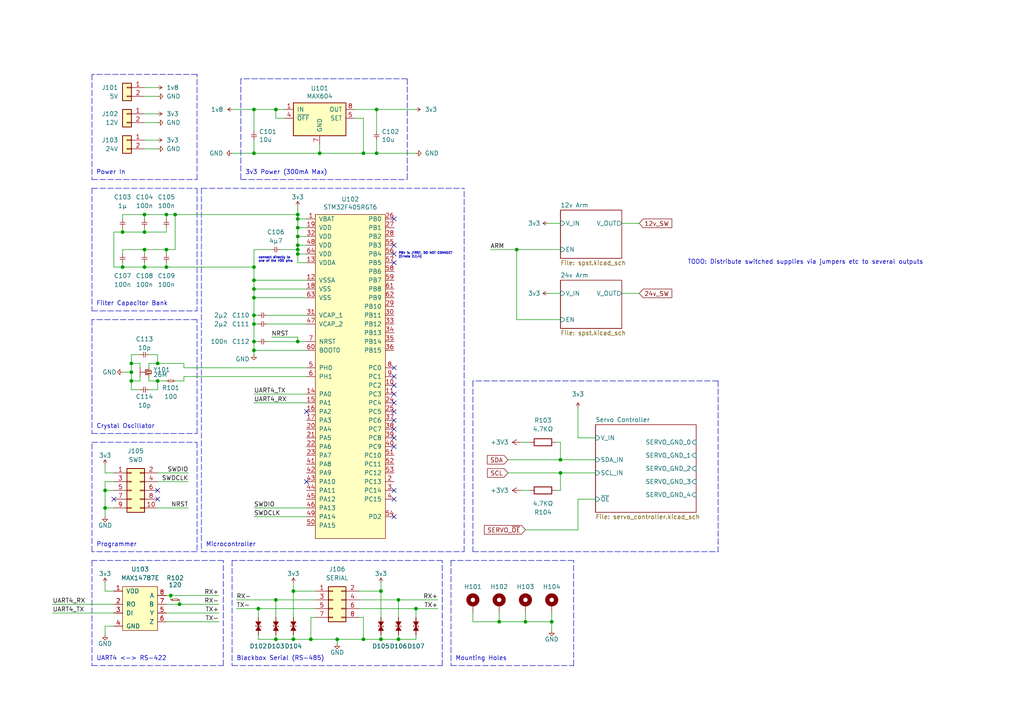
<source format=kicad_sch>
(kicad_sch (version 20211123) (generator eeschema)
  (paper "A4")
  (title_block (title "PROJECT ROYALE") (date "2021-10-23") (rev "1.0") (company "Cambridge University Spaceflight") (comment 1 "Drawn By Henry Franks"))
  (lib_symbols
    (symbol "12v_1" (power) (pin_numbers hide) (pin_names (offset 1.016) hide)
      (property "Value" "12v_1" (at 0 2.286 0))
      (symbol "12v_1_0_1"
        (polyline (pts (xy 0 1.27) (xy 0.508 0.508)))
        (polyline (pts (xy 0 0) (xy 0 1.27) (xy -0.508 0.508)))
      )
      (symbol "12v_1_1_1"
        (pin power_in line (at 0 0 180) (length 0) hide (name "3v3") (number "1"))
      )
    )
    (symbol "24v_1" (power) (pin_numbers hide) (pin_names (offset 1.016) hide)
      (property "Value" "24v_1" (at 0 2.286 0))
      (symbol "24v_1_0_1"
        (polyline (pts (xy 0 1.27) (xy 0.508 0.508)))
        (polyline (pts (xy 0 0) (xy 0 1.27) (xy -0.508 0.508)))
      )
      (symbol "24v_1_1_1"
        (pin power_in line (at 0 0 180) (length 0) hide (name "3v3") (number "1"))
      )
    )
    (symbol "Conn_01x02_1" (pin_names (offset 1.016) hide)
      (property "Reference" "J" (at 0 2.54 0))
      (property "Value" "Conn_01x02_1" (at 0 -5.08 0))
      (symbol "Conn_01x02_1_1_1"
        (rectangle (start -1.27 -2.413) (end 0 -2.667) (stroke (width 0.1524)))
        (rectangle (start -1.27 0.127) (end 0 -0.127) (stroke (width 0.1524)))
        (rectangle (start -1.27 1.27) (end 1.27 -3.81) (stroke (width 0.254)) (fill (type background)))
        (pin passive line (at -5.08 0 0) (length 3.81) (name "Pin_1") (number "1"))
        (pin passive line (at -5.08 -2.54 0) (length 3.81) (name "Pin_2") (number "2"))
      )
    )
    (symbol "Device:R" (pin_numbers hide) (pin_names (offset 0))
      (property "Reference" "R" (at 2.032 0 90))
      (property "Value" "R" (at 0 0 90))
      (symbol "R_0_1"
        (rectangle (start -1.016 -2.54) (end 1.016 2.54) (stroke (width 0.254)))
      )
      (symbol "R_1_1"
        (pin passive line (at 0 3.81 270) (length 1.27) (name "~") (number "1"))
        (pin passive line (at 0 -3.81 90) (length 1.27) (name "~") (number "2"))
      )
    )
    (symbol "GND_1" (power) (pin_numbers hide) (pin_names (offset 1.016) hide)
      (property "Value" "GND_1" (at 0 -2.54 0))
      (symbol "GND_1_0_1"
        (polyline (pts (xy 0 0) (xy 0 -0.762)))
        (polyline (pts (xy -0.762 -0.762) (xy 0.762 -0.762) (xy 0 -1.524) (xy -0.762 -0.762)) (fill (type background)))
      )
      (symbol "GND_1_1_1"
        (pin power_in line (at 0 0 180) (length 0) hide (name "GND") (number "1"))
      )
    )
    (symbol "GND_2" (power) (pin_numbers hide) (pin_names (offset 1.016) hide)
      (property "Value" "GND_2" (at 0 -2.54 0))
      (symbol "GND_2_0_1"
        (polyline (pts (xy 0 0) (xy 0 -0.762)))
        (polyline (pts (xy -0.762 -0.762) (xy 0.762 -0.762) (xy 0 -1.524) (xy -0.762 -0.762)) (fill (type background)))
      )
      (symbol "GND_2_1_1"
        (pin power_in line (at 0 0 180) (length 0) hide (name "GND") (number "1"))
      )
    )
    (symbol "GND_3" (power) (pin_numbers hide) (pin_names (offset 1.016) hide)
      (property "Value" "GND_3" (at 0 -2.54 0))
      (symbol "GND_3_0_1"
        (polyline (pts (xy 0 0) (xy 0 -0.762)))
        (polyline (pts (xy -0.762 -0.762) (xy 0.762 -0.762) (xy 0 -1.524) (xy -0.762 -0.762)) (fill (type background)))
      )
      (symbol "GND_3_1_1"
        (pin power_in line (at 0 0 180) (length 0) hide (name "GND") (number "1"))
      )
    )
    (symbol "GND_4" (power) (pin_numbers hide) (pin_names (offset 1.016) hide)
      (property "Value" "GND_4" (at 0 -2.54 0))
      (symbol "GND_4_0_1"
        (polyline (pts (xy 0 0) (xy 0 -0.762)))
        (polyline (pts (xy -0.762 -0.762) (xy 0.762 -0.762) (xy 0 -1.524) (xy -0.762 -0.762)) (fill (type background)))
      )
      (symbol "GND_4_1_1"
        (pin power_in line (at 0 0 180) (length 0) hide (name "GND") (number "1"))
      )
    )
    (symbol "GND_5" (power) (pin_numbers hide) (pin_names (offset 1.016) hide)
      (property "Value" "GND_5" (at 0 -2.54 0))
      (symbol "GND_5_0_1"
        (polyline (pts (xy 0 0) (xy 0 -0.762)))
        (polyline (pts (xy -0.762 -0.762) (xy 0.762 -0.762) (xy 0 -1.524) (xy -0.762 -0.762)) (fill (type background)))
      )
      (symbol "GND_5_1_1"
        (pin power_in line (at 0 0 180) (length 0) hide (name "GND") (number "1"))
      )
    )
    (symbol "GND_6" (power) (pin_numbers hide) (pin_names (offset 1.016) hide)
      (property "Value" "GND_6" (at 0 -2.54 0))
      (symbol "GND_6_0_1"
        (polyline (pts (xy 0 0) (xy 0 -0.762)))
        (polyline (pts (xy -0.762 -0.762) (xy 0.762 -0.762) (xy 0 -1.524) (xy -0.762 -0.762)) (fill (type background)))
      )
      (symbol "GND_6_1_1"
        (pin power_in line (at 0 0 180) (length 0) hide (name "GND") (number "1"))
      )
    )
    (symbol "GND_7" (power) (pin_numbers hide) (pin_names (offset 1.016) hide)
      (property "Value" "GND_7" (at 0 -2.54 0))
      (symbol "GND_7_0_1"
        (polyline (pts (xy 0 0) (xy 0 -0.762)))
        (polyline (pts (xy -0.762 -0.762) (xy 0.762 -0.762) (xy 0 -1.524) (xy -0.762 -0.762)) (fill (type background)))
      )
      (symbol "GND_7_1_1"
        (pin power_in line (at 0 0 180) (length 0) hide (name "GND") (number "1"))
      )
    )
    (symbol "GND_8" (power) (pin_numbers hide) (pin_names (offset 1.016) hide)
      (property "Value" "GND_8" (at 0 -2.54 0))
      (symbol "GND_8_0_1"
        (polyline (pts (xy 0 0) (xy 0 -0.762)))
        (polyline (pts (xy -0.762 -0.762) (xy 0.762 -0.762) (xy 0 -1.524) (xy -0.762 -0.762)) (fill (type background)))
      )
      (symbol "GND_8_1_1"
        (pin power_in line (at 0 0 180) (length 0) hide (name "GND") (number "1"))
      )
    )
    (symbol "GND_9" (power) (pin_numbers hide) (pin_names (offset 1.016) hide)
      (property "Value" "GND_9" (at 0 -2.54 0))
      (symbol "GND_9_0_1"
        (polyline (pts (xy 0 0) (xy 0 -0.762)))
        (polyline (pts (xy -0.762 -0.762) (xy 0.762 -0.762) (xy 0 -1.524) (xy -0.762 -0.762)) (fill (type background)))
      )
      (symbol "GND_9_1_1"
        (pin power_in line (at 0 0 180) (length 0) hide (name "GND") (number "1"))
      )
    )
    (symbol "power:+3V3" (power) (pin_names (offset 0))
      (property "Value" "+3V3" (at 0 3.556 0))
      (symbol "+3V3_0_1"
        (polyline (pts (xy -0.762 1.27) (xy 0 2.54)))
        (polyline (pts (xy 0 0) (xy 0 2.54)))
        (polyline (pts (xy 0 2.54) (xy 0.762 1.27)))
      )
      (symbol "+3V3_1_1"
        (pin power_in line (at 0 0 90) (length 0) hide (name "+3V3") (number "1"))
      )
    )
    (symbol "royale:12v" (power) (pin_numbers hide) (pin_names (offset 1.016) hide)
      (property "Value" "royale_12v" (at 0 2.286 0))
      (symbol "12v_0_1"
        (polyline (pts (xy 0 1.27) (xy 0.508 0.508)))
        (polyline (pts (xy 0 0) (xy 0 1.27) (xy -0.508 0.508)))
      )
      (symbol "12v_1_1"
        (pin power_in line (at 0 0 180) (length 0) hide (name "3v3") (number "1"))
      )
    )
    (symbol "royale:24v" (power) (pin_numbers hide) (pin_names (offset 1.016) hide)
      (property "Value" "royale_24v" (at 0 2.286 0))
      (symbol "24v_0_1"
        (polyline (pts (xy 0 1.27) (xy 0.508 0.508)))
        (polyline (pts (xy 0 0) (xy 0 1.27) (xy -0.508 0.508)))
      )
      (symbol "24v_1_1"
        (pin power_in line (at 0 0 180) (length 0) hide (name "3v3") (number "1"))
      )
    )
    (symbol "royale:3v3" (power) (pin_numbers hide) (pin_names (offset 1.016) hide)
      (property "Value" "3v3" (at 0 2.286 0))
      (symbol "3v3_0_1"
        (polyline (pts (xy 0 1.27) (xy 0.508 0.508)))
        (polyline (pts (xy 0 0) (xy 0 1.27) (xy -0.508 0.508)))
      )
      (symbol "3v3_1_1"
        (pin power_in line (at 0 0 180) (length 0) hide (name "3v3") (number "1"))
      )
    )
    (symbol "royale:5v" (power) (pin_numbers hide) (pin_names (offset 1.016) hide)
      (property "Value" "5v" (at 0 2.286 0))
      (symbol "5v_0_1"
        (polyline (pts (xy 0 1.27) (xy 0.508 0.508)))
        (polyline (pts (xy 0 0) (xy 0 1.27) (xy -0.508 0.508)))
      )
      (symbol "5v_1_1"
        (pin power_in line (at 0 0 180) (length 0) hide (name "1v8") (number "1"))
      )
    )
    (symbol "royale:C" (pin_numbers hide) (pin_names (offset 1.016) hide)
      (property "Reference" "C" (at 1.27 1.778 0))
      (property "Value" "C" (at 1.27 -1.778 0))
      (symbol "C_0_1"
        (polyline (pts (xy 1.016 0.762) (xy 1.016 -0.762)))
        (polyline (pts (xy 1.524 0.762) (xy 1.524 -0.762)))
      )
      (symbol "C_1_1"
        (pin passive line (at 0 0 0) (length 1.016) (name "~") (number "1"))
        (pin passive line (at 2.54 0 180) (length 1.016) (name "~") (number "2"))
      )
    )
    (symbol "royale:Conn_02x04" (pin_names (offset 1.016) hide)
      (property "Reference" "J" (at 1.27 5.08 0))
      (property "Value" "Conn_02x04" (at 1.27 -7.62 0))
      (symbol "Conn_02x04_1_1"
        (rectangle (start -1.27 -4.953) (end 0 -5.207) (stroke (width 0.1524)))
        (rectangle (start -1.27 -2.413) (end 0 -2.667) (stroke (width 0.1524)))
        (rectangle (start -1.27 0.127) (end 0 -0.127) (stroke (width 0.1524)))
        (rectangle (start -1.27 2.667) (end 0 2.413) (stroke (width 0.1524)))
        (rectangle (start -1.27 3.81) (end 3.81 -6.35) (stroke (width 0.254)) (fill (type background)))
        (rectangle (start 3.81 -4.953) (end 2.54 -5.207) (stroke (width 0.1524)))
        (rectangle (start 3.81 -2.413) (end 2.54 -2.667) (stroke (width 0.1524)))
        (rectangle (start 3.81 0.127) (end 2.54 -0.127) (stroke (width 0.1524)))
        (rectangle (start 3.81 2.667) (end 2.54 2.413) (stroke (width 0.1524)))
        (pin passive line (at -5.08 2.54 0) (length 3.81) (name "Pin_1") (number "1"))
        (pin passive line (at 7.62 2.54 180) (length 3.81) (name "Pin_2") (number "2"))
        (pin passive line (at -5.08 0 0) (length 3.81) (name "Pin_3") (number "3"))
        (pin passive line (at 7.62 0 180) (length 3.81) (name "Pin_4") (number "4"))
        (pin passive line (at -5.08 -2.54 0) (length 3.81) (name "Pin_5") (number "5"))
        (pin passive line (at 7.62 -2.54 180) (length 3.81) (name "Pin_6") (number "6"))
        (pin passive line (at -5.08 -5.08 0) (length 3.81) (name "Pin_7") (number "7"))
        (pin passive line (at 7.62 -5.08 180) (length 3.81) (name "Pin_8") (number "8"))
      )
    )
    (symbol "royale:Conn_02x05" (pin_names (offset 1.016) hide)
      (property "Reference" "J" (at 1.27 7.62 0))
      (property "Value" "Conn_02x05" (at 1.27 -7.62 0))
      (symbol "Conn_02x05_1_1"
        (rectangle (start -1.27 -4.953) (end 0 -5.207) (stroke (width 0.1524)))
        (rectangle (start -1.27 -2.413) (end 0 -2.667) (stroke (width 0.1524)))
        (rectangle (start -1.27 0.127) (end 0 -0.127) (stroke (width 0.1524)))
        (rectangle (start -1.27 2.667) (end 0 2.413) (stroke (width 0.1524)))
        (rectangle (start -1.27 5.207) (end 0 4.953) (stroke (width 0.1524)))
        (rectangle (start -1.27 6.35) (end 3.81 -6.35) (stroke (width 0.254)) (fill (type background)))
        (rectangle (start 3.81 -4.953) (end 2.54 -5.207) (stroke (width 0.1524)))
        (rectangle (start 3.81 -2.413) (end 2.54 -2.667) (stroke (width 0.1524)))
        (rectangle (start 3.81 0.127) (end 2.54 -0.127) (stroke (width 0.1524)))
        (rectangle (start 3.81 2.667) (end 2.54 2.413) (stroke (width 0.1524)))
        (rectangle (start 3.81 5.207) (end 2.54 4.953) (stroke (width 0.1524)))
        (pin passive line (at -5.08 5.08 0) (length 3.81) (name "Pin_1") (number "1"))
        (pin passive line (at 7.62 -5.08 180) (length 3.81) (name "Pin_10") (number "10"))
        (pin passive line (at 7.62 5.08 180) (length 3.81) (name "Pin_2") (number "2"))
        (pin passive line (at -5.08 2.54 0) (length 3.81) (name "Pin_3") (number "3"))
        (pin passive line (at 7.62 2.54 180) (length 3.81) (name "Pin_4") (number "4"))
        (pin passive line (at -5.08 0 0) (length 3.81) (name "Pin_5") (number "5"))
        (pin passive line (at 7.62 0 180) (length 3.81) (name "Pin_6") (number "6"))
        (pin passive line (at -5.08 -2.54 0) (length 3.81) (name "Pin_7") (number "7"))
        (pin passive line (at 7.62 -2.54 180) (length 3.81) (name "Pin_8") (number "8"))
        (pin passive line (at -5.08 -5.08 0) (length 3.81) (name "Pin_9") (number "9"))
      )
    )
    (symbol "royale:Diode_ESD" (pin_numbers hide) (pin_names (offset 0) hide)
      (property "Reference" "D" (at -1.27 2.54 0))
      (symbol "Diode_ESD_0_1"
        (polyline (pts (xy 0 -0.762) (xy 0.254 -0.762)))
        (polyline (pts (xy 0 0.762) (xy -0.254 0.762)))
        (polyline (pts (xy 0 0.762) (xy 0 -0.762)))
        (polyline (pts (xy 0 0) (xy -1.27 0.762) (xy -1.27 -0.762) (xy 0 0)) (fill (type outline)))
        (polyline (pts (xy 0 0) (xy 1.27 0.762) (xy 1.27 -0.762) (xy 0 0)) (fill (type outline)))
      )
      (symbol "Diode_ESD_1_1"
        (pin passive line (at -2.54 0 0) (length 1.27) (name "1") (number "1"))
        (pin passive line (at 2.54 0 180) (length 1.27) (name "2") (number "2"))
      )
    )
    (symbol "royale:MAX14787E" (pin_names (offset 1.016))
      (property "Reference" "U" (at -5.08 7.62 0))
      (property "Value" "MAX14787E" (at -5.08 -7.62 0))
      (symbol "MAX14787E_0_0"
        (pin power_in line (at -7.62 5.08 0) (length 2.54) (name "VDD") (number "1"))
        (pin output line (at -7.62 1.27 0) (length 2.54) (name "RO") (number "2"))
        (pin input line (at -7.62 -1.27 0) (length 2.54) (name "DI") (number "3"))
        (pin power_in line (at -7.62 -5.08 0) (length 2.54) (name "GND") (number "4"))
        (pin output line (at 7.62 -1.27 180) (length 2.54) (name "Y") (number "5"))
        (pin output line (at 7.62 -3.81 180) (length 2.54) (name "Z") (number "6"))
        (pin input line (at 7.62 1.27 180) (length 2.54) (name "B") (number "7"))
        (pin input line (at 7.62 3.81 180) (length 2.54) (name "A") (number "8"))
      )
      (symbol "MAX14787E_0_1"
        (rectangle (start -5.08 6.35) (end 5.08 -6.35) (fill (type background)))
      )
    )
    (symbol "royale:MAX604" (pin_names (offset 1.016))
      (property "Reference" "U" (at -6.35 5.715 0))
      (property "Value" "MAX604" (at 0 5.715 0))
      (symbol "MAX604_0_1"
        (rectangle (start -7.62 4.445) (end 7.62 -5.08) (stroke (width 0.254)) (fill (type background)))
      )
      (symbol "MAX604_1_1"
        (pin power_in line (at -10.16 2.54 0) (length 2.54) (name "IN") (number "1"))
        (pin passive line (at 0 -7.62 90) (length 2.54) hide (name "GND") (number "2"))
        (pin passive line (at 0 -7.62 90) (length 2.54) hide (name "GND") (number "3"))
        (pin input line (at -10.16 0 0) (length 2.54) (name "~{OFF}") (number "4"))
        (pin passive line (at 10.16 0 180) (length 2.54) (name "SET") (number "5"))
        (pin passive line (at 0 -7.62 90) (length 2.54) hide (name "GND") (number "6"))
        (pin power_in line (at 0 -7.62 90) (length 2.54) (name "GND") (number "7"))
        (pin power_out line (at 10.16 2.54 180) (length 2.54) (name "OUT") (number "8"))
      )
    )
    (symbol "royale:MountingHole_Pad" (pin_numbers hide) (pin_names (offset 1.016) hide)
      (property "Reference" "H" (at 0 6.35 0))
      (property "Value" "MountingHole_Pad" (at 0 4.445 0))
      (symbol "MountingHole_Pad_0_1"
        (circle (center 0 1.27) (radius 1.27) (stroke (width 1.27)))
      )
      (symbol "MountingHole_Pad_1_1"
        (pin input line (at 0 -2.54 90) (length 2.54) (name "1") (number "1"))
      )
    )
    (symbol "royale:R" (pin_numbers hide) (pin_names (offset 1.016) hide)
      (property "Reference" "R" (at 1.27 1.27 0))
      (property "Value" "R" (at 1.27 -1.27 0))
      (symbol "R_0_1"
        (rectangle (start 0.508 0.254) (end 2.032 -0.254) (fill (type background)))
      )
      (symbol "R_1_1"
        (pin passive line (at 0 0 0) (length 0.508) (name "~") (number "1"))
        (pin passive line (at 2.54 0 180) (length 0.508) (name "~") (number "2"))
      )
    )
    (symbol "royale:SMD_XTAL" (pin_numbers hide) (pin_names (offset 1.016) hide)
      (property "Reference" "Y" (at 1.27 1.778 0))
      (property "Value" "SMD_XTAL" (at 1.27 -3.81 0))
      (symbol "SMD_XTAL_0_1"
        (polyline (pts (xy 0.762 0.762) (xy 0.762 -0.762)))
        (polyline (pts (xy 1.27 -1.016) (xy 1.27 -2.54)))
        (polyline (pts (xy 1.778 -0.762) (xy 1.778 0.762)))
        (polyline (pts (xy 0.508 -0.254) (xy 0.508 -1.016) (xy 2.032 -1.016) (xy 2.032 -0.254)))
        (rectangle (start 1.016 0.762) (end 1.524 -0.762) (fill (type background)))
      )
      (symbol "SMD_XTAL_1_1"
        (pin passive line (at 0 0 0) (length 0.762) (name "1") (number "1"))
        (pin passive line (at 0 -2.54 0) (length 1.27) (name "2") (number "2"))
        (pin passive line (at 2.54 0 180) (length 0.762) (name "3") (number "3"))
        (pin passive line (at 2.54 -2.54 180) (length 1.27) (name "4") (number "4"))
      )
    )
    (symbol "royale:STM32F405RGT6" (pin_names (offset 1.016))
      (property "Reference" "U" (at -10.16 48.26 0))
      (property "Value" "STM32F405RGT6" (at -10.16 -48.26 0))
      (symbol "STM32F405RGT6_0_0"
        (pin power_in line (at -12.7 45.72 0) (length 2.54) (name "VBAT") (number "1"))
        (pin bidirectional line (at 12.7 -2.54 180) (length 2.54) (name "PC2") (number "10"))
        (pin bidirectional line (at 12.7 -5.08 180) (length 2.54) (name "PC3") (number "11"))
        (pin power_in line (at -12.7 27.94 0) (length 2.54) (name "VSSA") (number "12"))
        (pin power_in line (at -12.7 33.02 0) (length 2.54) (name "VDDA") (number "13"))
        (pin bidirectional line (at -12.7 -5.08 0) (length 2.54) (name "PA0") (number "14"))
        (pin bidirectional line (at -12.7 -7.62 0) (length 2.54) (name "PA1") (number "15"))
        (pin bidirectional line (at -12.7 -10.16 0) (length 2.54) (name "PA2") (number "16"))
        (pin bidirectional line (at -12.7 -12.7 0) (length 2.54) (name "PA3") (number "17"))
        (pin power_in line (at -12.7 25.4 0) (length 2.54) (name "VSS") (number "18"))
        (pin power_in line (at -12.7 43.18 0) (length 2.54) (name "VDD") (number "19"))
        (pin bidirectional line (at 12.7 -30.48 180) (length 2.54) (name "PC13") (number "2"))
        (pin bidirectional line (at -12.7 -15.24 0) (length 2.54) (name "PA4") (number "20"))
        (pin bidirectional line (at -12.7 -17.78 0) (length 2.54) (name "PA5") (number "21"))
        (pin bidirectional line (at -12.7 -20.32 0) (length 2.54) (name "PA6") (number "22"))
        (pin bidirectional line (at -12.7 -22.86 0) (length 2.54) (name "PA7") (number "23"))
        (pin bidirectional line (at 12.7 -7.62 180) (length 2.54) (name "PC4") (number "24"))
        (pin bidirectional line (at 12.7 -10.16 180) (length 2.54) (name "PC5") (number "25"))
        (pin bidirectional line (at 12.7 45.72 180) (length 2.54) (name "PB0") (number "26"))
        (pin bidirectional line (at 12.7 43.18 180) (length 2.54) (name "PB1") (number "27"))
        (pin bidirectional line (at 12.7 40.64 180) (length 2.54) (name "PB2") (number "28"))
        (pin bidirectional line (at 12.7 20.32 180) (length 2.54) (name "PB10") (number "29"))
        (pin bidirectional line (at 12.7 -33.02 180) (length 2.54) (name "PC14") (number "3"))
        (pin bidirectional line (at 12.7 17.78 180) (length 2.54) (name "PB11") (number "30"))
        (pin passive line (at -12.7 17.78 0) (length 2.54) (name "VCAP_1") (number "31"))
        (pin power_in line (at -12.7 40.64 0) (length 2.54) (name "VDD") (number "32"))
        (pin bidirectional line (at 12.7 15.24 180) (length 2.54) (name "PB12") (number "33"))
        (pin bidirectional line (at 12.7 12.7 180) (length 2.54) (name "PB13") (number "34"))
        (pin bidirectional line (at 12.7 10.16 180) (length 2.54) (name "PB14") (number "35"))
        (pin bidirectional line (at 12.7 7.62 180) (length 2.54) (name "PB15") (number "36"))
        (pin bidirectional line (at 12.7 -12.7 180) (length 2.54) (name "PC6") (number "37"))
        (pin bidirectional line (at 12.7 -15.24 180) (length 2.54) (name "PC7") (number "38"))
        (pin bidirectional line (at 12.7 -17.78 180) (length 2.54) (name "PC8") (number "39"))
        (pin bidirectional line (at 12.7 -35.56 180) (length 2.54) (name "PC15") (number "4"))
        (pin bidirectional line (at 12.7 -20.32 180) (length 2.54) (name "PC9") (number "40"))
        (pin bidirectional line (at -12.7 -25.4 0) (length 2.54) (name "PA8") (number "41"))
        (pin bidirectional line (at -12.7 -27.94 0) (length 2.54) (name "PA9") (number "42"))
        (pin bidirectional line (at -12.7 -30.48 0) (length 2.54) (name "PA10") (number "43"))
        (pin bidirectional line (at -12.7 -33.02 0) (length 2.54) (name "PA11") (number "44"))
        (pin bidirectional line (at -12.7 -35.56 0) (length 2.54) (name "PA12") (number "45"))
        (pin bidirectional line (at -12.7 -38.1 0) (length 2.54) (name "PA13") (number "46"))
        (pin passive line (at -12.7 15.24 0) (length 2.54) (name "VCAP_2") (number "47"))
        (pin power_in line (at -12.7 38.1 0) (length 2.54) (name "VDD") (number "48"))
        (pin bidirectional line (at -12.7 -40.64 0) (length 2.54) (name "PA14") (number "49"))
        (pin bidirectional line (at -12.7 2.54 0) (length 2.54) (name "PH0") (number "5"))
        (pin bidirectional line (at -12.7 -43.18 0) (length 2.54) (name "PA15") (number "50"))
        (pin bidirectional line (at 12.7 -22.86 180) (length 2.54) (name "PC10") (number "51"))
        (pin bidirectional line (at 12.7 -25.4 180) (length 2.54) (name "PC11") (number "52"))
        (pin bidirectional line (at 12.7 -27.94 180) (length 2.54) (name "PC12") (number "53"))
        (pin bidirectional line (at 12.7 -40.64 180) (length 2.54) (name "PD2") (number "54"))
        (pin bidirectional line (at 12.7 38.1 180) (length 2.54) (name "PB3") (number "55"))
        (pin bidirectional line (at 12.7 35.56 180) (length 2.54) (name "PB4") (number "56"))
        (pin bidirectional line (at 12.7 33.02 180) (length 2.54) (name "PB5") (number "57"))
        (pin bidirectional line (at 12.7 30.48 180) (length 2.54) (name "PB6") (number "58"))
        (pin bidirectional line (at 12.7 27.94 180) (length 2.54) (name "PB7") (number "59"))
        (pin bidirectional line (at -12.7 0 0) (length 2.54) (name "PH1") (number "6"))
        (pin input line (at -12.7 7.62 0) (length 2.54) (name "BOOT0") (number "60"))
        (pin bidirectional line (at 12.7 25.4 180) (length 2.54) (name "PB8") (number "61"))
        (pin bidirectional line (at 12.7 22.86 180) (length 2.54) (name "PB9") (number "62"))
        (pin power_in line (at -12.7 22.86 0) (length 2.54) (name "VSS") (number "63"))
        (pin power_in line (at -12.7 35.56 0) (length 2.54) (name "VDD") (number "64"))
        (pin input line (at -12.7 10.16 0) (length 2.54) (name "NRST") (number "7"))
        (pin bidirectional line (at 12.7 2.54 180) (length 2.54) (name "PC0") (number "8"))
        (pin bidirectional line (at 12.7 0 180) (length 2.54) (name "PC1") (number "9"))
      )
      (symbol "STM32F405RGT6_0_1"
        (rectangle (start -10.16 46.99) (end 10.16 -46.99) (fill (type background)))
      )
    )
  )
  (junction (at 48.26 72.39))
  (junction (at 41.91 72.39))
  (junction (at 86.36 72.39))
  (junction (at 73.66 93.98))
  (junction (at 109.22 31.75))
  (junction (at 35.56 77.47))
  (junction (at 80.01 185.42))
  (junction (at 109.22 44.45))
  (junction (at 50.8 62.23))
  (junction (at 48.26 77.47))
  (junction (at 105.41 44.45))
  (junction (at 41.91 77.47))
  (junction (at 48.26 62.23))
  (junction (at 74.93 176.53))
  (junction (at 73.66 99.06))
  (junction (at 152.4 180.34))
  (junction (at 86.36 63.5))
  (junction (at 105.41 185.42))
  (junction (at 97.79 185.42))
  (junction (at 85.09 171.45))
  (junction (at 41.91 67.31))
  (junction (at 35.56 67.31))
  (junction (at 38.1 107.95))
  (junction (at 115.57 173.99))
  (junction (at 38.1 105.41))
  (junction (at 85.09 185.42))
  (junction (at 49.53 172.72))
  (junction (at 45.72 110.49))
  (junction (at 80.01 173.99))
  (junction (at 52.07 175.26))
  (junction (at 73.66 83.82))
  (junction (at 73.66 44.45))
  (junction (at 86.36 68.58))
  (junction (at 115.57 185.42))
  (junction (at 120.65 176.53))
  (junction (at 149.86 72.39))
  (junction (at 110.49 171.45))
  (junction (at 73.66 31.75))
  (junction (at 110.49 185.42))
  (junction (at 144.78 180.34))
  (junction (at 73.66 77.47))
  (junction (at 41.91 62.23))
  (junction (at 86.36 62.23))
  (junction (at 86.36 99.06))
  (junction (at 86.36 66.04))
  (junction (at 162.56 133.35))
  (junction (at 86.36 73.66))
  (junction (at 45.72 105.41))
  (junction (at 86.36 71.12))
  (junction (at 90.17 185.42))
  (junction (at 73.66 86.36))
  (junction (at 80.01 31.75))
  (junction (at 30.48 147.32))
  (junction (at 73.66 101.6))
  (junction (at 38.1 110.49))
  (junction (at 162.56 137.16))
  (junction (at 160.02 180.34))
  (junction (at 73.66 81.28))
  (junction (at 30.48 142.24))
  (junction (at 73.66 91.44))
  (junction (at 92.71 44.45))
  (no_connect (at 88.9 119.38))
  (no_connect (at 114.3 119.38))
  (no_connect (at 114.3 116.84))
  (no_connect (at 114.3 121.92))
  (no_connect (at 114.3 149.86))
  (no_connect (at 114.3 109.22))
  (no_connect (at 114.3 71.12))
  (no_connect (at 114.3 63.5))
  (no_connect (at 114.3 129.54))
  (no_connect (at 114.3 142.24))
  (no_connect (at 114.3 144.78))
  (no_connect (at 114.3 124.46))
  (no_connect (at 114.3 111.76))
  (no_connect (at 114.3 127))
  (no_connect (at 114.3 76.2))
  (no_connect (at 114.3 73.66))
  (no_connect (at 114.3 114.3))
  (no_connect (at 33.02 144.78))
  (no_connect (at 88.9 139.7))
  (no_connect (at 45.72 144.78))
  (no_connect (at 45.72 142.24))
  (no_connect (at 114.3 106.68))
  (wire (pts (xy 74.93 185.42) (xy 80.01 185.42)))
  (wire (pts (xy 30.48 139.7) (xy 30.48 142.24)))
  (polyline (pts (xy 69.85 52.07) (xy 118.11 52.07)))
  (polyline (pts (xy 26.67 54.61) (xy 57.15 54.61)))
  (wire (pts (xy 41.91 67.31) (xy 35.56 67.31)))
  (wire (pts (xy 30.48 147.32) (xy 30.48 149.86)))
  (wire (pts (xy 105.41 44.45) (xy 105.41 34.29)))
  (wire (pts (xy 41.91 27.94) (xy 45.72 27.94)))
  (wire (pts (xy 73.66 147.32) (xy 88.9 147.32)))
  (wire (pts (xy 38.1 102.87) (xy 40.64 102.87)))
  (polyline (pts (xy 69.85 22.86) (xy 69.85 52.07)))
  (polyline (pts (xy 58.42 54.61) (xy 134.62 54.61)))
  (polyline (pts (xy 137.16 110.49) (xy 137.16 160.02)))
  (wire (pts (xy 41.91 77.47) (xy 48.26 77.47)))
  (wire (pts (xy 97.79 185.42) (xy 105.41 185.42)))
  (wire (pts (xy 48.26 72.39) (xy 48.26 73.66)))
  (wire (pts (xy 162.56 85.09) (xy 158.75 85.09)))
  (wire (pts (xy 41.91 35.56) (xy 45.72 35.56)))
  (wire (pts (xy 41.91 73.66) (xy 41.91 72.39)))
  (wire (pts (xy 77.47 99.06) (xy 86.36 99.06)))
  (wire (pts (xy 86.36 71.12) (xy 86.36 72.39)))
  (wire (pts (xy 115.57 184.15) (xy 115.57 185.42)))
  (wire (pts (xy 162.56 137.16) (xy 162.56 142.24)))
  (wire (pts (xy 68.58 173.99) (xy 80.01 173.99)))
  (wire (pts (xy 88.9 83.82) (xy 73.66 83.82)))
  (wire (pts (xy 30.48 142.24) (xy 33.02 142.24)))
  (wire (pts (xy 43.18 105.41) (xy 43.18 106.68)))
  (wire (pts (xy 185.42 64.77) (xy 180.34 64.77)))
  (polyline (pts (xy 57.15 54.61) (xy 57.15 90.17)))
  (wire (pts (xy 88.9 81.28) (xy 73.66 81.28)))
  (wire (pts (xy 33.02 177.8) (xy 15.24 177.8)))
  (wire (pts (xy 35.56 72.39) (xy 41.91 72.39)))
  (wire (pts (xy 35.56 77.47) (xy 33.02 77.47)))
  (wire (pts (xy 33.02 147.32) (xy 30.48 147.32)))
  (wire (pts (xy 41.91 40.64) (xy 45.72 40.64)))
  (wire (pts (xy 73.66 91.44) (xy 73.66 86.36)))
  (wire (pts (xy 167.64 127) (xy 172.72 127)))
  (wire (pts (xy 105.41 185.42) (xy 110.49 185.42)))
  (wire (pts (xy 73.66 91.44) (xy 74.93 91.44)))
  (polyline (pts (xy 26.67 193.04) (xy 64.77 193.04)))
  (wire (pts (xy 162.56 128.27) (xy 162.56 133.35)))
  (wire (pts (xy 35.56 67.31) (xy 35.56 66.04)))
  (wire (pts (xy 91.44 179.07) (xy 90.17 179.07)))
  (wire (pts (xy 151.13 128.27) (xy 153.67 128.27)))
  (wire (pts (xy 48.26 72.39) (xy 50.8 72.39)))
  (wire (pts (xy 80.01 173.99) (xy 80.01 179.07)))
  (wire (pts (xy 73.66 83.82) (xy 73.66 86.36)))
  (wire (pts (xy 35.56 62.23) (xy 41.91 62.23)))
  (polyline (pts (xy 166.37 162.56) (xy 130.81 162.56)))
  (wire (pts (xy 110.49 185.42) (xy 115.57 185.42)))
  (wire (pts (xy 43.18 102.87) (xy 45.72 102.87)))
  (wire (pts (xy 49.53 172.72) (xy 63.5 172.72)))
  (wire (pts (xy 40.64 105.41) (xy 38.1 105.41)))
  (wire (pts (xy 104.14 171.45) (xy 110.49 171.45)))
  (polyline (pts (xy 166.37 193.04) (xy 166.37 162.56)))
  (wire (pts (xy 40.64 110.49) (xy 40.64 109.22)))
  (wire (pts (xy 80.01 31.75) (xy 82.55 31.75)))
  (wire (pts (xy 80.01 184.15) (xy 80.01 185.42)))
  (wire (pts (xy 38.1 110.49) (xy 40.64 110.49)))
  (polyline (pts (xy 208.28 110.49) (xy 208.28 160.02)))
  (wire (pts (xy 73.66 31.75) (xy 80.01 31.75)))
  (polyline (pts (xy 64.77 162.56) (xy 26.67 162.56)))
  (wire (pts (xy 41.91 66.04) (xy 41.91 67.31)))
  (wire (pts (xy 52.07 173.99) (xy 52.07 175.26)))
  (wire (pts (xy 142.24 72.39) (xy 149.86 72.39)))
  (wire (pts (xy 109.22 31.75) (xy 120.65 31.75)))
  (wire (pts (xy 86.36 97.79) (xy 86.36 99.06)))
  (polyline (pts (xy 58.42 160.02) (xy 134.62 160.02)))
  (polyline (pts (xy 134.62 160.02) (xy 134.62 54.61)))
  (wire (pts (xy 149.86 92.71) (xy 149.86 72.39)))
  (wire (pts (xy 38.1 113.03) (xy 40.64 113.03)))
  (wire (pts (xy 167.64 153.67) (xy 167.64 144.78)))
  (wire (pts (xy 115.57 173.99) (xy 115.57 179.07)))
  (wire (pts (xy 43.18 105.41) (xy 45.72 105.41)))
  (wire (pts (xy 151.13 142.24) (xy 153.67 142.24)))
  (wire (pts (xy 43.18 113.03) (xy 45.72 113.03)))
  (wire (pts (xy 33.02 137.16) (xy 30.48 137.16)))
  (wire (pts (xy 137.16 180.34) (xy 144.78 180.34)))
  (wire (pts (xy 45.72 139.7) (xy 54.61 139.7)))
  (wire (pts (xy 38.1 105.41) (xy 38.1 107.95)))
  (wire (pts (xy 67.31 44.45) (xy 73.66 44.45)))
  (polyline (pts (xy 26.67 92.71) (xy 26.67 125.73)))
  (wire (pts (xy 45.72 110.49) (xy 48.26 110.49)))
  (wire (pts (xy 50.8 62.23) (xy 50.8 72.39)))
  (wire (pts (xy 38.1 102.87) (xy 38.1 105.41)))
  (wire (pts (xy 86.36 62.23) (xy 86.36 63.5)))
  (wire (pts (xy 43.18 109.22) (xy 43.18 110.49)))
  (wire (pts (xy 45.72 110.49) (xy 45.72 113.03)))
  (wire (pts (xy 53.34 109.22) (xy 88.9 109.22)))
  (wire (pts (xy 110.49 168.91) (xy 110.49 171.45)))
  (wire (pts (xy 73.66 93.98) (xy 73.66 99.06)))
  (wire (pts (xy 105.41 34.29) (xy 102.87 34.29)))
  (wire (pts (xy 48.26 77.47) (xy 48.26 76.2)))
  (wire (pts (xy 48.26 180.34) (xy 63.5 180.34)))
  (wire (pts (xy 88.9 114.3) (xy 73.66 114.3)))
  (wire (pts (xy 52.07 175.26) (xy 63.5 175.26)))
  (wire (pts (xy 41.91 72.39) (xy 48.26 72.39)))
  (wire (pts (xy 33.02 171.45) (xy 30.48 171.45)))
  (wire (pts (xy 152.4 153.67) (xy 167.64 153.67)))
  (wire (pts (xy 77.47 91.44) (xy 88.9 91.44)))
  (wire (pts (xy 109.22 31.75) (xy 109.22 38.1)))
  (wire (pts (xy 105.41 179.07) (xy 105.41 185.42)))
  (wire (pts (xy 78.74 72.39) (xy 73.66 72.39)))
  (wire (pts (xy 109.22 44.45) (xy 105.41 44.45)))
  (wire (pts (xy 74.93 176.53) (xy 74.93 179.07)))
  (wire (pts (xy 53.34 110.49) (xy 53.34 109.22)))
  (wire (pts (xy 73.66 99.06) (xy 73.66 101.6)))
  (wire (pts (xy 74.93 99.06) (xy 73.66 99.06)))
  (wire (pts (xy 30.48 134.62) (xy 30.48 137.16)))
  (wire (pts (xy 53.34 105.41) (xy 53.34 106.68)))
  (wire (pts (xy 109.22 40.64) (xy 109.22 44.45)))
  (wire (pts (xy 86.36 72.39) (xy 86.36 73.66)))
  (wire (pts (xy 80.01 173.99) (xy 91.44 173.99)))
  (wire (pts (xy 48.26 175.26) (xy 52.07 175.26)))
  (wire (pts (xy 50.8 110.49) (xy 53.34 110.49)))
  (wire (pts (xy 167.64 118.11) (xy 167.64 127)))
  (polyline (pts (xy 26.67 54.61) (xy 26.67 90.17)))
  (polyline (pts (xy 26.67 125.73) (xy 57.15 125.73)))
  (wire (pts (xy 86.36 63.5) (xy 86.36 66.04)))
  (polyline (pts (xy 67.31 193.04) (xy 128.27 193.04)))
  (wire (pts (xy 45.72 137.16) (xy 54.61 137.16)))
  (wire (pts (xy 110.49 171.45) (xy 110.49 179.07)))
  (wire (pts (xy 38.1 107.95) (xy 38.1 110.49)))
  (wire (pts (xy 30.48 181.61) (xy 30.48 184.15)))
  (polyline (pts (xy 26.67 52.07) (xy 57.15 52.07)))
  (wire (pts (xy 82.55 34.29) (xy 80.01 34.29)))
  (polyline (pts (xy 57.15 52.07) (xy 57.15 21.59)))
  (wire (pts (xy 73.66 72.39) (xy 73.66 77.47)))
  (wire (pts (xy 147.32 137.16) (xy 162.56 137.16)))
  (wire (pts (xy 45.72 102.87) (xy 45.72 105.41)))
  (wire (pts (xy 160.02 180.34) (xy 160.02 182.88)))
  (wire (pts (xy 86.36 73.66) (xy 86.36 76.2)))
  (wire (pts (xy 90.17 185.42) (xy 97.79 185.42)))
  (polyline (pts (xy 208.28 110.49) (xy 137.16 110.49)))
  (wire (pts (xy 137.16 180.34) (xy 137.16 177.8)))
  (polyline (pts (xy 67.31 162.56) (xy 67.31 193.04)))
  (wire (pts (xy 104.14 176.53) (xy 120.65 176.53)))
  (wire (pts (xy 81.28 72.39) (xy 86.36 72.39)))
  (wire (pts (xy 40.64 105.41) (xy 40.64 106.68)))
  (wire (pts (xy 73.66 44.45) (xy 73.66 40.64)))
  (wire (pts (xy 144.78 180.34) (xy 152.4 180.34)))
  (wire (pts (xy 50.8 62.23) (xy 86.36 62.23)))
  (wire (pts (xy 110.49 184.15) (xy 110.49 185.42)))
  (wire (pts (xy 104.14 179.07) (xy 105.41 179.07)))
  (wire (pts (xy 92.71 44.45) (xy 73.66 44.45)))
  (wire (pts (xy 68.58 176.53) (xy 74.93 176.53)))
  (wire (pts (xy 162.56 137.16) (xy 172.72 137.16)))
  (wire (pts (xy 41.91 43.18) (xy 45.72 43.18)))
  (polyline (pts (xy 57.15 125.73) (xy 57.15 92.71)))
  (polyline (pts (xy 26.67 90.17) (xy 57.15 90.17)))
  (polyline (pts (xy 26.67 160.02) (xy 26.67 128.27)))
  (wire (pts (xy 120.65 176.53) (xy 127 176.53)))
  (wire (pts (xy 33.02 139.7) (xy 30.48 139.7)))
  (wire (pts (xy 45.72 105.41) (xy 53.34 105.41)))
  (polyline (pts (xy 57.15 21.59) (xy 26.67 21.59)))
  (wire (pts (xy 144.78 177.8) (xy 144.78 180.34)))
  (wire (pts (xy 43.18 110.49) (xy 45.72 110.49)))
  (wire (pts (xy 86.36 66.04) (xy 86.36 68.58)))
  (wire (pts (xy 73.66 77.47) (xy 73.66 81.28)))
  (wire (pts (xy 86.36 76.2) (xy 88.9 76.2)))
  (wire (pts (xy 35.56 63.5) (xy 35.56 62.23)))
  (wire (pts (xy 45.72 147.32) (xy 54.61 147.32)))
  (wire (pts (xy 38.1 110.49) (xy 38.1 113.03)))
  (wire (pts (xy 85.09 185.42) (xy 90.17 185.42)))
  (wire (pts (xy 49.53 172.72) (xy 49.53 173.99)))
  (wire (pts (xy 41.91 63.5) (xy 41.91 62.23)))
  (wire (pts (xy 78.74 97.79) (xy 86.36 97.79)))
  (wire (pts (xy 86.36 68.58) (xy 88.9 68.58)))
  (wire (pts (xy 160.02 177.8) (xy 160.02 180.34)))
  (wire (pts (xy 160.02 180.34) (xy 152.4 180.34)))
  (wire (pts (xy 86.36 66.04) (xy 88.9 66.04)))
  (wire (pts (xy 48.26 172.72) (xy 49.53 172.72)))
  (polyline (pts (xy 57.15 92.71) (xy 26.67 92.71)))
  (wire (pts (xy 74.93 184.15) (xy 74.93 185.42)))
  (polyline (pts (xy 64.77 193.04) (xy 64.77 162.56)))
  (wire (pts (xy 86.36 59.69) (xy 86.36 62.23)))
  (wire (pts (xy 80.01 34.29) (xy 80.01 31.75)))
  (wire (pts (xy 92.71 41.91) (xy 92.71 44.45)))
  (wire (pts (xy 85.09 171.45) (xy 91.44 171.45)))
  (wire (pts (xy 85.09 179.07) (xy 85.09 171.45)))
  (wire (pts (xy 85.09 168.91) (xy 85.09 171.45)))
  (wire (pts (xy 120.65 176.53) (xy 120.65 179.07)))
  (wire (pts (xy 86.36 71.12) (xy 88.9 71.12)))
  (wire (pts (xy 88.9 86.36) (xy 73.66 86.36)))
  (wire (pts (xy 185.42 85.09) (xy 180.34 85.09)))
  (polyline (pts (xy 26.67 21.59) (xy 26.67 52.07)))
  (wire (pts (xy 86.36 68.58) (xy 86.36 71.12)))
  (wire (pts (xy 80.01 185.42) (xy 85.09 185.42)))
  (wire (pts (xy 162.56 92.71) (xy 149.86 92.71)))
  (wire (pts (xy 53.34 106.68) (xy 88.9 106.68)))
  (wire (pts (xy 48.26 77.47) (xy 73.66 77.47)))
  (wire (pts (xy 161.29 128.27) (xy 162.56 128.27)))
  (polyline (pts (xy 58.42 54.61) (xy 58.42 160.02)))
  (wire (pts (xy 86.36 99.06) (xy 88.9 99.06)))
  (wire (pts (xy 167.64 144.78) (xy 172.72 144.78)))
  (wire (pts (xy 73.66 101.6) (xy 73.66 102.87)))
  (wire (pts (xy 115.57 185.42) (xy 120.65 185.42)))
  (wire (pts (xy 120.65 185.42) (xy 120.65 184.15)))
  (wire (pts (xy 85.09 184.15) (xy 85.09 185.42)))
  (polyline (pts (xy 26.67 128.27) (xy 57.15 128.27)))
  (wire (pts (xy 41.91 25.4) (xy 45.72 25.4)))
  (polyline (pts (xy 26.67 162.56) (xy 26.67 193.04)))
  (wire (pts (xy 147.32 133.35) (xy 162.56 133.35)))
  (wire (pts (xy 15.24 175.26) (xy 33.02 175.26)))
  (polyline (pts (xy 130.81 193.04) (xy 166.37 193.04)))
  (wire (pts (xy 35.56 107.95) (xy 38.1 107.95)))
  (wire (pts (xy 41.91 67.31) (xy 48.26 67.31)))
  (wire (pts (xy 73.66 81.28) (xy 73.66 83.82)))
  (wire (pts (xy 48.26 62.23) (xy 50.8 62.23)))
  (wire (pts (xy 35.56 77.47) (xy 41.91 77.47)))
  (wire (pts (xy 74.93 176.53) (xy 91.44 176.53)))
  (polyline (pts (xy 137.16 160.02) (xy 208.28 160.02)))
  (wire (pts (xy 30.48 142.24) (xy 30.48 147.32)))
  (polyline (pts (xy 118.11 22.86) (xy 118.11 52.07)))
  (wire (pts (xy 33.02 77.47) (xy 33.02 67.31)))
  (polyline (pts (xy 118.11 22.86) (xy 69.85 22.86)))
  (wire (pts (xy 33.02 67.31) (xy 35.56 67.31)))
  (polyline (pts (xy 130.81 162.56) (xy 130.81 193.04)))
  (wire (pts (xy 102.87 31.75) (xy 109.22 31.75)))
  (wire (pts (xy 41.91 33.02) (xy 45.72 33.02)))
  (polyline (pts (xy 128.27 162.56) (xy 67.31 162.56)))
  (wire (pts (xy 86.36 73.66) (xy 88.9 73.66)))
  (wire (pts (xy 41.91 62.23) (xy 48.26 62.23)))
  (wire (pts (xy 41.91 76.2) (xy 41.91 77.47)))
  (wire (pts (xy 48.26 177.8) (xy 63.5 177.8)))
  (wire (pts (xy 30.48 171.45) (xy 30.48 168.91)))
  (wire (pts (xy 67.31 31.75) (xy 73.66 31.75)))
  (wire (pts (xy 149.86 72.39) (xy 162.56 72.39)))
  (wire (pts (xy 73.66 149.86) (xy 88.9 149.86)))
  (wire (pts (xy 33.02 181.61) (xy 30.48 181.61)))
  (wire (pts (xy 97.79 185.42) (xy 97.79 186.69)))
  (wire (pts (xy 161.29 142.24) (xy 162.56 142.24)))
  (wire (pts (xy 48.26 66.04) (xy 48.26 67.31)))
  (wire (pts (xy 48.26 63.5) (xy 48.26 62.23)))
  (wire (pts (xy 152.4 177.8) (xy 152.4 180.34)))
  (polyline (pts (xy 57.15 160.02) (xy 26.67 160.02)))
  (wire (pts (xy 90.17 179.07) (xy 90.17 185.42)))
  (wire (pts (xy 120.65 44.45) (xy 109.22 44.45)))
  (wire (pts (xy 162.56 133.35) (xy 172.72 133.35)))
  (wire (pts (xy 73.66 38.1) (xy 73.66 31.75)))
  (wire (pts (xy 77.47 93.98) (xy 88.9 93.98)))
  (wire (pts (xy 74.93 93.98) (xy 73.66 93.98)))
  (wire (pts (xy 86.36 63.5) (xy 88.9 63.5)))
  (wire (pts (xy 115.57 173.99) (xy 127 173.99)))
  (wire (pts (xy 104.14 173.99) (xy 115.57 173.99)))
  (wire (pts (xy 88.9 101.6) (xy 73.66 101.6)))
  (polyline (pts (xy 128.27 193.04) (xy 128.27 162.56)))
  (wire (pts (xy 92.71 44.45) (xy 105.41 44.45)))
  (wire (pts (xy 73.66 116.84) (xy 88.9 116.84)))
  (polyline (pts (xy 57.15 128.27) (xy 57.15 160.02)))
  (wire (pts (xy 35.56 76.2) (xy 35.56 77.47)))
  (wire (pts (xy 162.56 64.77) (xy 158.75 64.77)))
  (wire (pts (xy 73.66 93.98) (xy 73.66 91.44)))
  (wire (pts (xy 35.56 73.66) (xy 35.56 72.39)))
  (text "Microcontroller" (at 59.69 158.75 0) (effects (font (size 1.27 1.27)) (justify left bottom)))
  (text "UART4 <-> RS-422" (at 27.94 191.77 0) (effects (font (size 1.27 1.27)) (justify left bottom)))
  (text "Power In" (at 27.8926 50.7968 0) (effects (font (size 1.27 1.27)) (justify left bottom)))
  (text "Mounting Holes" (at 132.08 191.77 0) (effects (font (size 1.27 1.27)) (justify left bottom)))
  (text "PB4 is JTRST, DO NOT CONNECT\n(Errata 2.1.4)" (at 115.57 74.93 0) (effects (font (size 0.635 0.635)) (justify left bottom)))
  (text "Filter Capacitor Bank" (at 27.9225 88.8508 0) (effects (font (size 1.27 1.27)) (justify left bottom)))
  (text "Crystal Oscillator" (at 27.94 124.46 0) (effects (font (size 1.27 1.27)) (justify left bottom)))
  (text "TODO: Distribute switched supplies via jumpers etc to several outputs" (at 199.39 76.835 0) (effects (font (size 1.27 1.27)) (justify left bottom)))
  (text "Programmer" (at 27.94 158.75 0) (effects (font (size 1.27 1.27)) (justify left bottom)))
  (text "Blackbox Serial (RS-485)" (at 68.58 191.77 0) (effects (font (size 1.27 1.27)) (justify left bottom)))
  (text "connect directly to\none of the VDD pins" (at 74.93 76.2 0) (effects (font (size 0.635 0.635)) (justify left bottom)))
  (text "3v3 Power (300mA Max)" (at 71.12 50.8 0) (effects (font (size 1.27 1.27)) (justify left bottom)))
  (label "RX-" (at 68.58 173.99 0))
  (label "SWDIO" (at 54.61 137.16 180))
  (label "NRST" (at 78.74 97.79 0))
  (label "SWDIO" (at 73.66 147.32 0))
  (label "UART4_RX" (at 15.24 175.26 0))
  (label "SWDCLK" (at 54.61 139.7 180))
  (label "TX-" (at 68.58 176.53 0))
  (label "SWDCLK" (at 73.66 149.86 0))
  (label "TX+" (at 63.5 177.8 180))
  (label "TX+" (at 127 176.53 180))
  (label "TX-" (at 63.5 180.34 180))
  (label "RX-" (at 63.5 175.26 180))
  (label "UART4_TX" (at 73.66 114.3 0))
  (label "NRST" (at 54.61 147.32 180))
  (label "UART4_RX" (at 73.66 116.84 0))
  (label "RX+" (at 127 173.99 180))
  (label "UART4_TX" (at 15.24 177.8 0))
  (label "RX+" (at 63.5 172.72 180))
  (label "ARM" (at 142.24 72.39 0))
  (global_label "SCL" (shape input) (at 147.32 137.16 180) (property "Intersheet References" "${INTERSHEET_REFS}" (effects hide)))
  (global_label "SDA" (shape input) (at 147.32 133.35 180) (property "Intersheet References" "${INTERSHEET_REFS}" (effects hide)))
  (global_label "12v_SW" (shape input) (at 185.42 64.77 0) (property "Intersheet References" "${INTERSHEET_REFS}" (effects hide)))
  (global_label "SERVO_~{OE}" (shape input) (at 152.4 153.67 180) (property "Intersheet References" "${INTERSHEET_REFS}" (effects hide)))
  (global_label "24v_SW" (shape input) (at 185.42 85.09 0) (property "Intersheet References" "${INTERSHEET_REFS}" (effects hide)))
  (symbol (lib_id "royale:12v") (at 158.75 64.77 90) (unit 1)
    (property "Reference" "#PWR0112" (effects hide))
    (property "Value" "12v" (at 154.94 64.77 90))
  )
  (symbol (lib_id "royale:24v") (at 158.75 85.09 90) (unit 1)
    (property "Reference" "#PWR0113" (effects hide))
    (property "Value" "24v" (at 154.94 85.09 90))
  )
  (symbol (lib_id "royale:Diode_ESD") (at 120.65 181.61 270) (mirror x) (unit 1)
    (property "Reference" "D107" (at 120.65 186.69 90) (effects (justify bottom)))
    (property "Value" "Diode_ESD" (effects hide))
    (property "Footprint" "royale:D_0402" (effects hide))
    (property "Farnell" "2368169" (effects hide))
  )
  (symbol (lib_name "GND_6") (lib_id "royale:GND") (at 30.48 184.15 0) (unit 1)
    (property "Reference" "#PWR0123" (effects hide))
    (property "Value" "GND" (at 30.48 186.69 0))
  )
  (symbol (lib_id "royale:3v3") (at 30.48 168.91 0) (unit 1)
    (property "Reference" "#PWR0119" (effects hide))
    (property "Value" "3v3" (at 30.48 166.37 0))
  )
  (symbol (lib_id "Device:R") (at 157.48 128.27 90) (unit 1)
    (property "Reference" "R103" (at 157.48 121.92 90))
    (property "Value" "4.7KΩ" (at 157.48 124.46 90))
  )
  (symbol (lib_name "GND_2") (lib_id "royale:GND") (at 73.66 102.87 0) (unit 1)
    (property "Reference" "#PWR0114" (effects hide))
    (property "Value" "GND" (at 72.39 104.14 0) (effects (justify right)))
  )
  (symbol (lib_id "royale:C") (at 35.56 76.2 90) (unit 1)
    (property "Reference" "C107" (at 35.56 80.01 90))
    (property "Value" "100n" (at 35.56 82.55 90))
    (property "Footprint" "royale:C_0402" (effects hide))
    (property "Farnell" "2496771" (effects hide))
  )
  (symbol (lib_id "royale:MountingHole_Pad") (at 144.78 175.26 0) (unit 1)
    (property "Reference" "H102" (at 144.78 170.18 0))
    (property "Value" "MountingHole_Pad" (effects hide))
    (property "Footprint" "royale:MountingHole_Pad" (effects hide))
  )
  (symbol (lib_id "royale:C") (at 78.74 72.39 0) (unit 1)
    (property "Reference" "C106" (at 80.01 67.31 0))
    (property "Value" "4µ7" (at 80.01 69.85 0))
    (property "Footprint" "royale:C_0402" (effects hide))
    (property "Farnell" "2426952" (effects hide))
  )
  (symbol (lib_id "royale:C") (at 40.64 102.87 0) (unit 1)
    (property "Reference" "C113" (at 41.91 99.06 0) (effects (justify bottom)))
    (property "Value" "10p" (at 41.91 101.6 0) (effects (justify bottom)))
    (property "Footprint" "royale:C_0402" (effects hide))
  )
  (symbol (lib_name "24v_1") (lib_id "royale:24v") (at 45.72 40.64 270) (unit 1)
    (property "Reference" "#PWR0107" (effects hide))
    (property "Value" "24v" (at 48.26 40.6399 90) (effects (justify left)))
  )
  (symbol (lib_name "Conn_01x02_1") (lib_id "royale:Conn_01x02") (at 36.83 25.4 0) (mirror y) (unit 1)
    (property "Reference" "J101" (at 34.29 25.4 0) (effects (justify left)))
    (property "Value" "5V" (at 34.29 27.94 0) (effects (justify left)))
  )
  (symbol (lib_name "GND_1") (lib_id "royale:GND") (at 45.72 27.94 90) (unit 1)
    (property "Reference" "#PWR0102" (effects hide))
    (property "Value" "GND" (at 48.26 27.94 90) (effects (justify right)))
  )
  (symbol (lib_name "Conn_01x02_1") (lib_id "royale:Conn_01x02") (at 36.83 40.64 0) (mirror y) (unit 1)
    (property "Reference" "J103" (at 34.29 40.64 0) (effects (justify left)))
    (property "Value" "24V" (at 34.29 43.18 0) (effects (justify left)))
  )
  (symbol (lib_name "GND_4") (lib_id "royale:GND") (at 160.02 182.88 0) (unit 1)
    (property "Reference" "#PWR0122" (effects hide))
    (property "Value" "GND" (at 160.02 185.42 0))
  )
  (symbol (lib_name "GND_8") (lib_id "royale:GND") (at 30.48 149.86 0) (unit 1)
    (property "Reference" "#PWR0118" (effects hide))
    (property "Value" "GND" (at 30.48 152.4 0))
  )
  (symbol (lib_id "royale:3v3") (at 110.49 168.91 0) (unit 1)
    (property "Reference" "#PWR0121" (effects hide))
    (property "Value" "3v3" (at 110.49 166.37 0))
  )
  (symbol (lib_name "GND_1") (lib_id "royale:GND") (at 45.72 43.18 90) (unit 1)
    (property "Reference" "#PWR0108" (effects hide))
    (property "Value" "GND" (at 48.26 43.18 90) (effects (justify right)))
  )
  (symbol (lib_id "royale:3v3") (at 167.64 118.11 0) (unit 1)
    (property "Reference" "#PWR0116" (effects hide))
    (property "Value" "3v3" (at 167.64 114.3 0))
  )
  (symbol (lib_id "royale:Diode_ESD") (at 115.57 181.61 270) (mirror x) (unit 1)
    (property "Reference" "D106" (at 115.57 186.69 90) (effects (justify bottom)))
    (property "Value" "Diode_ESD" (effects hide))
    (property "Footprint" "royale:D_0402" (effects hide))
    (property "Farnell" "2368169" (effects hide))
  )
  (symbol (lib_id "royale:R") (at 48.26 110.49 0) (mirror x) (unit 1)
    (property "Reference" "R101" (at 49.53 111.76 0) (effects (justify bottom)))
    (property "Value" "100" (at 49.53 114.3 0) (effects (justify bottom)))
    (property "Footprint" "royale:R_0402" (effects hide))
  )
  (symbol (lib_name "GND_1") (lib_id "royale:GND") (at 45.72 35.56 90) (unit 1)
    (property "Reference" "#PWR0106" (effects hide))
    (property "Value" "GND" (at 48.26 35.56 90) (effects (justify right)))
  )
  (symbol (lib_id "royale:3v3") (at 30.48 134.62 0) (unit 1)
    (property "Reference" "#PWR0117" (effects hide))
    (property "Value" "3v3" (at 30.48 132.08 0))
  )
  (symbol (lib_id "royale:MAX604") (at 92.71 34.29 0) (unit 1)
    (property "Reference" "U101" (at 92.71 25.6032 0))
    (property "Value" "MAX604" (at 92.71 27.9146 0))
    (property "Footprint" "royale:MAX604" (effects hide))
    (property "Datasheet" "http://datasheets.maximintegrated.com/en/ds/MAX603-MAX604.pdf" (effects hide))
  )
  (symbol (lib_id "royale:C") (at 35.56 66.04 90) (unit 1)
    (property "Reference" "C103" (at 35.56 57.15 90))
    (property "Value" "1µ" (at 35.56 59.69 90))
    (property "Footprint" "royale:C_0402" (effects hide))
    (property "Farnell" "2496814" (effects hide))
  )
  (symbol (lib_id "royale:5v") (at 45.72 25.4 270) (unit 1)
    (property "Reference" "#PWR0101" (effects hide))
    (property "Value" "5v" (at 48.26 25.3999 90) (effects (justify left)))
  )
  (symbol (lib_id "royale:C") (at 74.93 99.06 0) (unit 1)
    (property "Reference" "C112" (at 72.39 99.06 0) (effects (justify right)))
    (property "Value" "100n" (at 66.04 99.06 0) (effects (justify right)))
    (property "Footprint" "royale:C_0402" (effects hide))
    (property "Farnell" "2496771" (effects hide))
  )
  (symbol (lib_id "royale:Conn_02x04") (at 96.52 173.99 0) (unit 1)
    (property "Reference" "J106" (at 97.79 165.1 0))
    (property "Value" "SERIAL" (at 97.79 167.64 0))
    (property "Footprint" "royale:RJ45_Amphenol_RJHSE5380" (effects hide))
  )
  (symbol (lib_id "royale:C") (at 74.93 91.44 0) (mirror x) (unit 1)
    (property "Reference" "C110" (at 72.39 91.44 0) (effects (justify right)))
    (property "Value" "2µ2" (at 66.04 91.44 0) (effects (justify right)))
    (property "Footprint" "royale:C_0402" (effects hide))
    (property "Farnell" "2362088" (effects hide))
  )
  (symbol (lib_id "royale:C") (at 41.91 66.04 90) (unit 1)
    (property "Reference" "C104" (at 41.91 57.15 90))
    (property "Value" "100n" (at 41.91 59.69 90))
    (property "Footprint" "royale:C_0402" (effects hide))
    (property "Farnell" "2496771" (effects hide))
  )
  (symbol (lib_id "royale:3v3") (at 120.65 31.75 270) (unit 1)
    (property "Reference" "#PWR0104" (effects hide))
    (property "Value" "3v3" (at 123.19 31.7499 90) (effects (justify left)))
  )
  (symbol (lib_name "Conn_01x02_1") (lib_id "royale:Conn_01x02") (at 36.83 33.02 0) (mirror y) (unit 1)
    (property "Reference" "J102" (at 34.29 33.02 0) (effects (justify left)))
    (property "Value" "12V" (at 34.29 35.56 0) (effects (justify left)))
  )
  (symbol (lib_id "royale:C") (at 73.66 38.1 270) (unit 1)
    (property "Reference" "C101" (at 75.1332 38.2016 90) (effects (justify left)))
    (property "Value" "10u" (at 75.1332 40.513 90) (effects (justify left)))
    (property "Footprint" "royale:C_0402" (effects hide))
  )
  (symbol (lib_id "power:+3V3") (at 151.13 142.24 90) (unit 1)
    (property "Reference" "#PWR0125" (effects hide))
    (property "Value" "+3V3" (at 142.24 142.24 90) (effects (justify right)))
  )
  (symbol (lib_id "royale:C") (at 48.26 76.2 90) (unit 1)
    (property "Reference" "C109" (at 48.26 80.01 90))
    (property "Value" "100n" (at 48.26 82.55 90))
    (property "Footprint" "royale:C_0402" (effects hide))
    (property "Farnell" "2496771" (effects hide))
  )
  (symbol (lib_id "royale:C") (at 109.22 38.1 270) (unit 1)
    (property "Reference" "C102" (at 110.6932 38.2016 90) (effects (justify left)))
    (property "Value" "10u" (at 110.6932 40.513 90) (effects (justify left)))
    (property "Footprint" "royale:C_0402" (effects hide))
  )
  (symbol (lib_id "royale:R") (at 49.53 173.99 0) (unit 1)
    (property "Reference" "R102" (at 50.8 167.64 0))
    (property "Value" "120" (at 50.8 168.91 0) (effects (justify top)))
    (property "Footprint" "royale:R_0402" (effects hide))
  )
  (symbol (lib_id "royale:Diode_ESD") (at 80.01 181.61 270) (mirror x) (unit 1)
    (property "Reference" "D103" (at 80.01 186.69 90) (effects (justify bottom)))
    (property "Value" "Diode_ESD" (effects hide))
    (property "Footprint" "royale:D_0402" (effects hide))
    (property "Farnell" "2368169" (effects hide))
  )
  (symbol (lib_id "royale:MountingHole_Pad") (at 160.02 175.26 0) (unit 1)
    (property "Reference" "H104" (at 160.02 170.18 0))
    (property "Value" "MountingHole_Pad" (effects hide))
    (property "Footprint" "royale:MountingHole_Pad" (effects hide))
  )
  (symbol (lib_id "royale:C") (at 40.64 113.03 0) (mirror x) (unit 1)
    (property "Reference" "C114" (at 41.91 114.3 0) (effects (justify bottom)))
    (property "Value" "10p" (at 41.91 116.84 0) (effects (justify bottom)))
    (property "Footprint" "royale:C_0402" (effects hide))
  )
  (symbol (lib_id "royale:STM32F405RGT6") (at 101.6 109.22 0) (unit 1)
    (property "Reference" "U102" (at 101.6 57.785 0))
    (property "Value" "STM32F405RGT6" (at 101.6 60.0964 0))
    (property "Footprint" "royale:STM32F405RGT6" (effects hide))
    (property "Datasheet" "http://www.st.com/st-web-ui/static/active/en/resource/technical/document/datasheet/DM00037051.pdf" (effects hide))
    (property "Farnell" "2064363" (effects hide))
  )
  (symbol (lib_id "royale:Diode_ESD") (at 74.93 181.61 270) (mirror x) (unit 1)
    (property "Reference" "D102" (at 74.93 186.69 90) (effects (justify bottom)))
    (property "Value" "Diode_ESD" (effects hide))
    (property "Footprint" "royale:D_0402" (effects hide))
    (property "Farnell" "2368169" (effects hide))
  )
  (symbol (lib_name "GND_5") (lib_id "royale:GND") (at 97.79 186.69 0) (unit 1)
    (property "Reference" "#PWR0124" (effects hide))
    (property "Value" "GND" (at 97.79 189.23 0))
  )
  (symbol (lib_id "royale:MAX14787E") (at 40.64 176.53 0) (unit 1)
    (property "Reference" "U103" (at 40.64 165.1 0))
    (property "Value" "MAX14787E" (at 40.64 167.64 0))
    (property "Footprint" "royale:MAX14787E" (effects hide))
    (property "Datasheet" "https://datasheets.maximintegrated.com/en/ds/MAX14784E-MAX14789E.pdf" (effects hide))
    (property "Farnell" "2528531" (effects hide))
  )
  (symbol (lib_id "royale:Conn_02x05") (at 38.1 142.24 0) (unit 1)
    (property "Reference" "J105" (at 39.37 130.81 0))
    (property "Value" "SWD" (at 39.37 133.35 0))
    (property "Footprint" "royale:Header_SWD" (effects hide))
  )
  (symbol (lib_name "GND_9") (lib_id "royale:GND") (at 35.56 107.95 270) (unit 1)
    (property "Reference" "#PWR0115" (effects hide))
    (property "Value" "GND" (at 31.75 107.95 90))
  )
  (symbol (lib_id "royale:3v3") (at 86.36 59.69 0) (unit 1)
    (property "Reference" "#PWR0111" (effects hide))
    (property "Value" "3v3" (at 86.36 57.15 0))
  )
  (symbol (lib_id "royale:5v") (at 67.31 31.75 90) (mirror x) (unit 1)
    (property "Reference" "#PWR0103" (effects hide))
    (property "Value" "5v" (at 64.77 31.75 90) (effects (justify left)))
  )
  (symbol (lib_id "royale:Diode_ESD") (at 85.09 181.61 270) (mirror x) (unit 1)
    (property "Reference" "D104" (at 85.09 186.69 90) (effects (justify bottom)))
    (property "Value" "Diode_ESD" (effects hide))
    (property "Footprint" "royale:D_0402" (effects hide))
    (property "Farnell" "2368169" (effects hide))
  )
  (symbol (lib_name "12v_1") (lib_id "royale:12v") (at 45.72 33.02 270) (unit 1)
    (property "Reference" "#PWR0105" (effects hide))
    (property "Value" "12v" (at 48.26 33.0199 90) (effects (justify left)))
  )
  (symbol (lib_id "royale:3v3") (at 85.09 168.91 0) (unit 1)
    (property "Reference" "#PWR0120" (effects hide))
    (property "Value" "3v3" (at 85.09 166.37 0))
  )
  (symbol (lib_name "GND_7") (lib_id "royale:GND") (at 67.31 44.45 270) (unit 1)
    (property "Reference" "#PWR0109" (effects hide))
    (property "Value" "GND" (at 64.77 44.45 90) (effects (justify right)))
  )
  (symbol (lib_id "royale:SMD_XTAL") (at 43.18 106.68 270) (unit 1)
    (property "Reference" "Y101" (at 44.45 107.95 90) (effects (justify left bottom)))
    (property "Value" "26M" (at 44.45 107.95 90) (effects (justify left top)))
    (property "Footprint" "royale:Xtal_SMD_2016" (effects hide))
    (property "Farnell" "2506952" (effects hide))
  )
  (symbol (lib_id "Device:R") (at 157.48 142.24 90) (unit 1)
    (property "Reference" "R104" (at 157.48 148.59 90))
    (property "Value" "4.7KΩ" (at 157.48 146.05 90))
  )
  (symbol (lib_id "royale:C") (at 41.91 76.2 90) (unit 1)
    (property "Reference" "C108" (at 41.91 80.01 90))
    (property "Value" "100n" (at 41.91 82.55 90))
    (property "Footprint" "royale:C_0402" (effects hide))
    (property "Farnell" "2496771" (effects hide))
  )
  (symbol (lib_id "royale:C") (at 74.93 93.98 0) (mirror x) (unit 1)
    (property "Reference" "C111" (at 72.39 93.98 0) (effects (justify right)))
    (property "Value" "2µ2" (at 66.04 93.98 0) (effects (justify right)))
    (property "Footprint" "royale:C_0402" (effects hide))
    (property "Farnell" "2362088" (effects hide))
  )
  (symbol (lib_name "GND_3") (lib_id "royale:GND") (at 120.65 44.45 90) (unit 1)
    (property "Reference" "#PWR0110" (effects hide))
    (property "Value" "GND" (at 123.19 44.45 90) (effects (justify right)))
  )
  (symbol (lib_id "royale:MountingHole_Pad") (at 152.4 175.26 0) (unit 1)
    (property "Reference" "H103" (at 152.4 170.18 0))
    (property "Value" "MountingHole_Pad" (effects hide))
    (property "Footprint" "royale:MountingHole_Pad" (effects hide))
  )
  (symbol (lib_id "royale:C") (at 48.26 66.04 90) (unit 1)
    (property "Reference" "C105" (at 48.26 57.15 90))
    (property "Value" "100n" (at 48.26 59.69 90))
    (property "Footprint" "royale:C_0402" (effects hide))
    (property "Farnell" "2496771" (effects hide))
  )
  (symbol (lib_id "royale:Diode_ESD") (at 110.49 181.61 270) (mirror x) (unit 1)
    (property "Reference" "D105" (at 110.49 186.69 90) (effects (justify bottom)))
    (property "Value" "Diode_ESD" (effects hide))
    (property "Footprint" "royale:D_0402" (effects hide))
    (property "Farnell" "2368169" (effects hide))
  )
  (symbol (lib_id "royale:MountingHole_Pad") (at 137.16 175.26 0) (unit 1)
    (property "Reference" "H101" (at 137.16 170.18 0))
    (property "Value" "MountingHole_Pad" (effects hide))
    (property "Footprint" "royale:MountingHole_Pad" (effects hide))
  )
  (symbol (lib_id "power:+3V3") (at 151.13 128.27 90) (unit 1)
    (property "Reference" "#PWR0126" (effects hide))
    (property "Value" "+3V3" (at 142.24 128.27 90) (effects (justify right)))
  )
  (sheet (at 162.56 60.96) (size 17.78 13.97)
    (property "Sheet name" "12v Arm" (at 162.56 60.2484 0) (effects (justify left bottom)))
    (property "Sheet file" "spst.kicad_sch" (at 162.56 75.5146 0) (effects (justify left top)))
    (pin "EN" input (at 162.56 72.39 180))
    (pin "V_IN" input (at 162.56 64.77 180))
    (pin "V_OUT" output (at 180.34 64.77 0))
  )
  (sheet (at 162.56 81.28) (size 17.78 13.97)
    (property "Sheet name" "24v Arm" (at 162.56 80.5684 0) (effects (justify left bottom)))
    (property "Sheet file" "spst.kicad_sch" (at 162.56 95.8346 0) (effects (justify left top)))
    (pin "EN" input (at 162.56 92.71 180))
    (pin "V_IN" input (at 162.56 85.09 180))
    (pin "V_OUT" output (at 180.34 85.09 0))
  )
  (sheet (at 172.72 123.19) (size 29.21 25.4) (stroke (width 0.1524))
    (property "Sheet name" "Servo Controller" (at 172.72 122.4784 0) (effects (justify left bottom)))
    (property "Sheet file" "servo_controller.kicad_sch" (at 172.72 149.1746 0) (effects (justify left top)))
    (pin "~{OE}" input (at 172.72 144.78 180))
    (pin "V_IN" input (at 172.72 127 180))
    (pin "SCL_IN" input (at 172.72 137.16 180))
    (pin "SDA_IN" input (at 172.72 133.35 180))
    (pin "SERVO_GND_3" input (at 201.93 139.7 0))
    (pin "SERVO_GND_2" input (at 201.93 135.89 0))
    (pin "SERVO_GND_4" input (at 201.93 143.51 0))
    (pin "SERVO_GND_0" input (at 201.93 128.27 0))
    (pin "SERVO_GND_1" input (at 201.93 132.08 0))
  )
)
</source>
